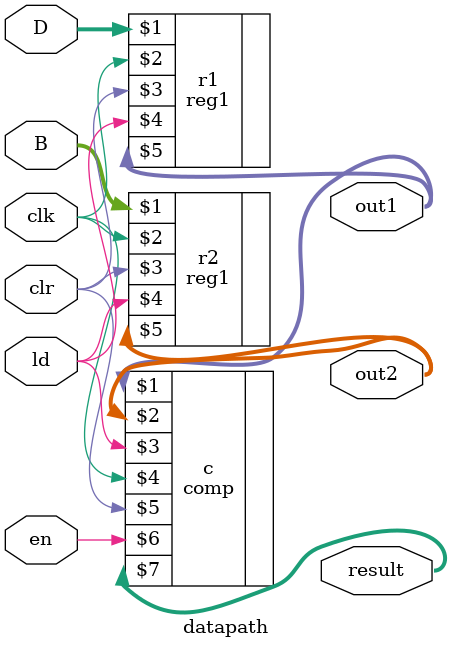
<source format=v>
`timescale 1ns / 1ps

module datapath(D,B,clk,clr,ld,en,out1,out2,result);
input [7:0]D,B;
input clk,clr,ld,en;
output [15:0]out1,out2,result;

reg1 r1(D,clk,clr,ld,out1);
reg1 r2(B,clk,clr,ld,out2);
comp c(out1,out2,ld,clk,clr,en,result);

endmodule
 
</source>
